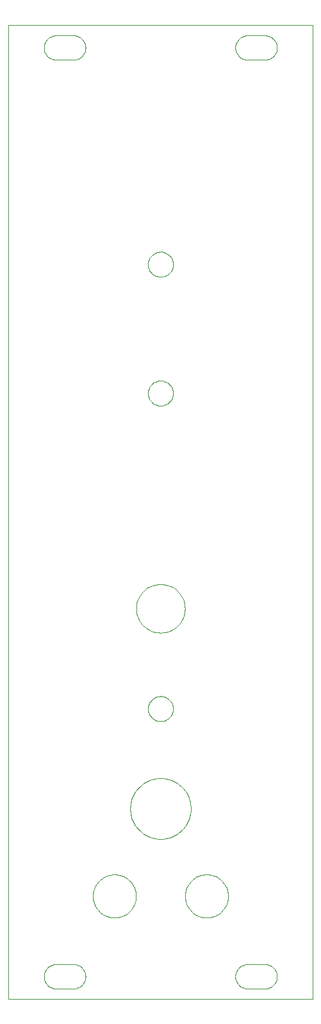
<source format=gm1>
G04 #@! TF.GenerationSoftware,KiCad,Pcbnew,(5.1.5-0-10_14)*
G04 #@! TF.CreationDate,2020-10-10T14:38:44-04:00*
G04 #@! TF.ProjectId,AYOM - Power Supply Front Panel,41594f4d-202d-4205-906f-776572205375,rev?*
G04 #@! TF.SameCoordinates,Original*
G04 #@! TF.FileFunction,Profile,NP*
%FSLAX46Y46*%
G04 Gerber Fmt 4.6, Leading zero omitted, Abs format (unit mm)*
G04 Created by KiCad (PCBNEW (5.1.5-0-10_14)) date 2020-10-10 14:38:44*
%MOMM*%
%LPD*%
G04 APERTURE LIST*
%ADD10C,0.100000*%
G04 APERTURE END LIST*
D10*
X142045900Y-162499750D02*
X141902319Y-162499750D01*
X141902319Y-162499750D02*
X141758739Y-162499750D01*
X141758739Y-162499750D02*
X141614453Y-162499750D01*
X141614453Y-162499750D02*
X141470872Y-162499750D01*
X141470872Y-162499750D02*
X141327292Y-162499750D01*
X141327292Y-162499750D02*
X141183711Y-162499750D01*
X141183711Y-162499750D02*
X141039425Y-162499750D01*
X141039425Y-162499750D02*
X140895844Y-162499750D01*
X140895844Y-162499750D02*
X140752264Y-162499750D01*
X140752264Y-162499750D02*
X140608331Y-162499750D01*
X140608331Y-162499750D02*
X140464750Y-162499750D01*
X140464750Y-162499750D02*
X140320817Y-162499750D01*
X140320817Y-162499750D02*
X140177236Y-162499750D01*
X140177236Y-162499750D02*
X140033303Y-162499750D01*
X140033303Y-162499750D02*
X139889722Y-162499750D01*
X139889722Y-162499750D02*
X139745789Y-162499750D01*
X139745789Y-162499750D02*
X139582100Y-162507864D01*
X139582100Y-162507864D02*
X139422645Y-162532206D01*
X139422645Y-162532206D02*
X139269186Y-162571364D01*
X139269186Y-162571364D02*
X139122078Y-162624986D01*
X139122078Y-162624986D02*
X138982025Y-162692367D01*
X138982025Y-162692367D02*
X138850086Y-162772094D01*
X138850086Y-162772094D02*
X138727320Y-162864169D01*
X138727320Y-162864169D02*
X138613725Y-162967181D01*
X138613725Y-162967181D02*
X138510714Y-163080775D01*
X138510714Y-163080775D02*
X138418639Y-163203894D01*
X138418639Y-163203894D02*
X138338558Y-163335833D01*
X138338558Y-163335833D02*
X138271531Y-163475886D01*
X138271531Y-163475886D02*
X138217556Y-163622994D01*
X138217556Y-163622994D02*
X138178397Y-163776453D01*
X138178397Y-163776453D02*
X138154408Y-163935556D01*
X138154408Y-163935556D02*
X138145942Y-164099597D01*
X138145942Y-164099597D02*
X138154408Y-164263639D01*
X138154408Y-164263639D02*
X138178397Y-164422742D01*
X138178397Y-164422742D02*
X138217556Y-164576553D01*
X138217556Y-164576553D02*
X138271531Y-164723661D01*
X138271531Y-164723661D02*
X138338558Y-164863361D01*
X138338558Y-164863361D02*
X138418639Y-164995300D01*
X138418639Y-164995300D02*
X138510714Y-165118419D01*
X138510714Y-165118419D02*
X138613725Y-165231661D01*
X138613725Y-165231661D02*
X138727320Y-165335025D01*
X138727320Y-165335025D02*
X138850086Y-165427100D01*
X138850086Y-165427100D02*
X138982025Y-165506828D01*
X138982025Y-165506828D02*
X139122078Y-165574208D01*
X139122078Y-165574208D02*
X139269186Y-165627830D01*
X139269186Y-165627830D02*
X139422645Y-165667342D01*
X139422645Y-165667342D02*
X139582100Y-165691330D01*
X139582100Y-165691330D02*
X139745789Y-165699444D01*
X139745789Y-165699444D02*
X139889722Y-165699444D01*
X139889722Y-165699444D02*
X140033303Y-165699444D01*
X140033303Y-165699444D02*
X140177236Y-165699444D01*
X140177236Y-165699444D02*
X140320817Y-165699444D01*
X140320817Y-165699444D02*
X140464750Y-165699444D01*
X140464750Y-165699444D02*
X140608331Y-165699444D01*
X140608331Y-165699444D02*
X140752264Y-165699444D01*
X140752264Y-165699444D02*
X140895844Y-165699444D01*
X140895844Y-165699444D02*
X141039425Y-165699444D01*
X141039425Y-165699444D02*
X141183711Y-165699444D01*
X141183711Y-165699444D02*
X141327292Y-165699444D01*
X141327292Y-165699444D02*
X141470872Y-165699444D01*
X141470872Y-165699444D02*
X141614453Y-165699444D01*
X141614453Y-165699444D02*
X141758739Y-165699444D01*
X141758739Y-165699444D02*
X141902319Y-165699444D01*
X141902319Y-165699444D02*
X142045900Y-165699444D01*
X142045900Y-165699444D02*
X142209942Y-165691330D01*
X142209942Y-165691330D02*
X142369044Y-165667342D01*
X142369044Y-165667342D02*
X142522856Y-165627830D01*
X142522856Y-165627830D02*
X142669964Y-165574208D01*
X142669964Y-165574208D02*
X142809664Y-165506828D01*
X142809664Y-165506828D02*
X142941603Y-165427100D01*
X142941603Y-165427100D02*
X143064722Y-165335025D01*
X143064722Y-165335025D02*
X143178317Y-165231661D01*
X143178317Y-165231661D02*
X143281328Y-165118419D01*
X143281328Y-165118419D02*
X143373403Y-164995300D01*
X143373403Y-164995300D02*
X143453131Y-164863361D01*
X143453131Y-164863361D02*
X143520511Y-164723661D01*
X143520511Y-164723661D02*
X143574133Y-164576553D01*
X143574133Y-164576553D02*
X143613292Y-164422742D01*
X143613292Y-164422742D02*
X143637633Y-164263639D01*
X143637633Y-164263639D02*
X143645747Y-164099597D01*
X143645747Y-164099597D02*
X143637633Y-163935556D01*
X143637633Y-163935556D02*
X143613292Y-163776453D01*
X143613292Y-163776453D02*
X143574133Y-163622994D01*
X143574133Y-163622994D02*
X143520511Y-163475886D01*
X143520511Y-163475886D02*
X143453131Y-163335833D01*
X143453131Y-163335833D02*
X143373403Y-163203894D01*
X143373403Y-163203894D02*
X143281328Y-163080775D01*
X143281328Y-163080775D02*
X143178317Y-162967181D01*
X143178317Y-162967181D02*
X143064722Y-162864169D01*
X143064722Y-162864169D02*
X142941603Y-162772094D01*
X142941603Y-162772094D02*
X142809664Y-162692367D01*
X142809664Y-162692367D02*
X142669964Y-162624986D01*
X142669964Y-162624986D02*
X142522856Y-162571364D01*
X142522856Y-162571364D02*
X142369044Y-162532206D01*
X142369044Y-162532206D02*
X142209942Y-162507864D01*
X142209942Y-162507864D02*
X142045900Y-162499750D01*
X142045900Y-162499750D02*
X142045900Y-162499750D01*
X142045900Y-39999753D02*
X141902319Y-39999753D01*
X141902319Y-39999753D02*
X141758739Y-39999753D01*
X141758739Y-39999753D02*
X141614453Y-39999753D01*
X141614453Y-39999753D02*
X141470872Y-39999753D01*
X141470872Y-39999753D02*
X141327292Y-39999753D01*
X141327292Y-39999753D02*
X141183711Y-39999753D01*
X141183711Y-39999753D02*
X141039425Y-39999753D01*
X141039425Y-39999753D02*
X140895844Y-39999753D01*
X140895844Y-39999753D02*
X140752264Y-39999753D01*
X140752264Y-39999753D02*
X140608331Y-39999753D01*
X140608331Y-39999753D02*
X140464750Y-39999753D01*
X140464750Y-39999753D02*
X140320817Y-39999753D01*
X140320817Y-39999753D02*
X140177236Y-39999753D01*
X140177236Y-39999753D02*
X140033303Y-39999753D01*
X140033303Y-39999753D02*
X139889722Y-39999753D01*
X139889722Y-39999753D02*
X139745789Y-39999753D01*
X139745789Y-39999753D02*
X139582100Y-40007867D01*
X139582100Y-40007867D02*
X139422645Y-40032209D01*
X139422645Y-40032209D02*
X139269186Y-40071720D01*
X139269186Y-40071720D02*
X139122078Y-40124990D01*
X139122078Y-40124990D02*
X138982025Y-40192370D01*
X138982025Y-40192370D02*
X138850086Y-40272451D01*
X138850086Y-40272451D02*
X138727320Y-40364173D01*
X138727320Y-40364173D02*
X138613725Y-40467537D01*
X138613725Y-40467537D02*
X138510714Y-40580778D01*
X138510714Y-40580778D02*
X138418639Y-40704251D01*
X138418639Y-40704251D02*
X138338558Y-40835837D01*
X138338558Y-40835837D02*
X138271531Y-40975889D01*
X138271531Y-40975889D02*
X138217556Y-41122998D01*
X138217556Y-41122998D02*
X138178397Y-41276456D01*
X138178397Y-41276456D02*
X138154408Y-41435559D01*
X138154408Y-41435559D02*
X138145942Y-41599601D01*
X138145942Y-41599601D02*
X138154408Y-41763642D01*
X138154408Y-41763642D02*
X138178397Y-41922745D01*
X138178397Y-41922745D02*
X138217556Y-42076556D01*
X138217556Y-42076556D02*
X138271531Y-42223664D01*
X138271531Y-42223664D02*
X138338558Y-42363364D01*
X138338558Y-42363364D02*
X138418639Y-42495303D01*
X138418639Y-42495303D02*
X138510714Y-42618423D01*
X138510714Y-42618423D02*
X138613725Y-42732017D01*
X138613725Y-42732017D02*
X138727320Y-42835028D01*
X138727320Y-42835028D02*
X138850086Y-42927103D01*
X138850086Y-42927103D02*
X138982025Y-43006831D01*
X138982025Y-43006831D02*
X139122078Y-43074212D01*
X139122078Y-43074212D02*
X139269186Y-43127834D01*
X139269186Y-43127834D02*
X139422645Y-43167345D01*
X139422645Y-43167345D02*
X139582100Y-43191334D01*
X139582100Y-43191334D02*
X139745789Y-43199448D01*
X139745789Y-43199448D02*
X139889722Y-43199448D01*
X139889722Y-43199448D02*
X140033303Y-43199448D01*
X140033303Y-43199448D02*
X140177236Y-43199448D01*
X140177236Y-43199448D02*
X140320817Y-43199448D01*
X140320817Y-43199448D02*
X140464750Y-43199448D01*
X140464750Y-43199448D02*
X140608331Y-43199448D01*
X140608331Y-43199448D02*
X140752264Y-43199448D01*
X140752264Y-43199448D02*
X140895844Y-43199448D01*
X140895844Y-43199448D02*
X141039425Y-43199448D01*
X141039425Y-43199448D02*
X141183711Y-43199448D01*
X141183711Y-43199448D02*
X141327292Y-43199448D01*
X141327292Y-43199448D02*
X141470872Y-43199448D01*
X141470872Y-43199448D02*
X141614453Y-43199448D01*
X141614453Y-43199448D02*
X141758739Y-43199448D01*
X141758739Y-43199448D02*
X141902319Y-43199448D01*
X141902319Y-43199448D02*
X142045900Y-43199448D01*
X142045900Y-43199448D02*
X142209942Y-43191334D01*
X142209942Y-43191334D02*
X142369044Y-43167345D01*
X142369044Y-43167345D02*
X142522856Y-43127834D01*
X142522856Y-43127834D02*
X142669964Y-43074212D01*
X142669964Y-43074212D02*
X142809664Y-43006831D01*
X142809664Y-43006831D02*
X142941603Y-42927103D01*
X142941603Y-42927103D02*
X143064722Y-42835028D01*
X143064722Y-42835028D02*
X143178317Y-42732017D01*
X143178317Y-42732017D02*
X143281328Y-42618423D01*
X143281328Y-42618423D02*
X143373403Y-42495303D01*
X143373403Y-42495303D02*
X143453131Y-42363364D01*
X143453131Y-42363364D02*
X143520511Y-42223664D01*
X143520511Y-42223664D02*
X143574133Y-42076556D01*
X143574133Y-42076556D02*
X143613292Y-41922745D01*
X143613292Y-41922745D02*
X143637633Y-41763642D01*
X143637633Y-41763642D02*
X143645747Y-41599601D01*
X143645747Y-41599601D02*
X143637633Y-41435559D01*
X143637633Y-41435559D02*
X143613292Y-41276456D01*
X143613292Y-41276456D02*
X143574133Y-41122998D01*
X143574133Y-41122998D02*
X143520511Y-40975889D01*
X143520511Y-40975889D02*
X143453131Y-40835837D01*
X143453131Y-40835837D02*
X143373403Y-40704251D01*
X143373403Y-40704251D02*
X143281328Y-40580778D01*
X143281328Y-40580778D02*
X143178317Y-40467537D01*
X143178317Y-40467537D02*
X143064722Y-40364173D01*
X143064722Y-40364173D02*
X142941603Y-40272451D01*
X142941603Y-40272451D02*
X142809664Y-40192370D01*
X142809664Y-40192370D02*
X142669964Y-40124990D01*
X142669964Y-40124990D02*
X142522856Y-40071720D01*
X142522856Y-40071720D02*
X142369044Y-40032209D01*
X142369044Y-40032209D02*
X142209942Y-40007867D01*
X142209942Y-40007867D02*
X142045900Y-39999753D01*
X142045900Y-39999753D02*
X142045900Y-39999753D01*
X114450000Y-162499750D02*
X114593933Y-162499750D01*
X114593933Y-162499750D02*
X114737514Y-162499750D01*
X114737514Y-162499750D02*
X114881447Y-162499750D01*
X114881447Y-162499750D02*
X115025028Y-162499750D01*
X115025028Y-162499750D02*
X115168961Y-162499750D01*
X115168961Y-162499750D02*
X115312542Y-162499750D01*
X115312542Y-162499750D02*
X115456475Y-162499750D01*
X115456475Y-162499750D02*
X115600055Y-162499750D01*
X115600055Y-162499750D02*
X115743636Y-162499750D01*
X115743636Y-162499750D02*
X115887569Y-162499750D01*
X115887569Y-162499750D02*
X116031150Y-162499750D01*
X116031150Y-162499750D02*
X116175083Y-162499750D01*
X116175083Y-162499750D02*
X116318664Y-162499750D01*
X116318664Y-162499750D02*
X116462597Y-162499750D01*
X116462597Y-162499750D02*
X116606178Y-162499750D01*
X116606178Y-162499750D02*
X116750111Y-162499750D01*
X116750111Y-162499750D02*
X116914153Y-162507864D01*
X116914153Y-162507864D02*
X117073255Y-162532206D01*
X117073255Y-162532206D02*
X117226714Y-162571364D01*
X117226714Y-162571364D02*
X117373822Y-162624986D01*
X117373822Y-162624986D02*
X117513875Y-162692367D01*
X117513875Y-162692367D02*
X117645814Y-162772094D01*
X117645814Y-162772094D02*
X117768580Y-162864169D01*
X117768580Y-162864169D02*
X117882175Y-162967181D01*
X117882175Y-162967181D02*
X117985186Y-163080775D01*
X117985186Y-163080775D02*
X118077261Y-163203894D01*
X118077261Y-163203894D02*
X118157341Y-163335833D01*
X118157341Y-163335833D02*
X118224722Y-163475886D01*
X118224722Y-163475886D02*
X118278344Y-163622994D01*
X118278344Y-163622994D02*
X118317503Y-163776453D01*
X118317503Y-163776453D02*
X118341844Y-163935556D01*
X118341844Y-163935556D02*
X118349958Y-164099597D01*
X118349958Y-164099597D02*
X118341844Y-164263639D01*
X118341844Y-164263639D02*
X118317503Y-164422742D01*
X118317503Y-164422742D02*
X118278344Y-164576553D01*
X118278344Y-164576553D02*
X118224722Y-164723661D01*
X118224722Y-164723661D02*
X118157341Y-164863361D01*
X118157341Y-164863361D02*
X118077261Y-164995300D01*
X118077261Y-164995300D02*
X117985186Y-165118419D01*
X117985186Y-165118419D02*
X117882175Y-165231661D01*
X117882175Y-165231661D02*
X117768580Y-165335025D01*
X117768580Y-165335025D02*
X117645814Y-165427100D01*
X117645814Y-165427100D02*
X117513875Y-165506828D01*
X117513875Y-165506828D02*
X117373822Y-165574208D01*
X117373822Y-165574208D02*
X117226714Y-165627830D01*
X117226714Y-165627830D02*
X117073255Y-165667342D01*
X117073255Y-165667342D02*
X116914153Y-165691330D01*
X116914153Y-165691330D02*
X116750111Y-165699444D01*
X116750111Y-165699444D02*
X116606178Y-165699444D01*
X116606178Y-165699444D02*
X116462597Y-165699444D01*
X116462597Y-165699444D02*
X116318664Y-165699444D01*
X116318664Y-165699444D02*
X116175083Y-165699444D01*
X116175083Y-165699444D02*
X116031150Y-165699444D01*
X116031150Y-165699444D02*
X115887569Y-165699444D01*
X115887569Y-165699444D02*
X115743636Y-165699444D01*
X115743636Y-165699444D02*
X115600055Y-165699444D01*
X115600055Y-165699444D02*
X115456475Y-165699444D01*
X115456475Y-165699444D02*
X115312542Y-165699444D01*
X115312542Y-165699444D02*
X115168961Y-165699444D01*
X115168961Y-165699444D02*
X115025028Y-165699444D01*
X115025028Y-165699444D02*
X114881447Y-165699444D01*
X114881447Y-165699444D02*
X114737514Y-165699444D01*
X114737514Y-165699444D02*
X114593933Y-165699444D01*
X114593933Y-165699444D02*
X114450000Y-165699444D01*
X114450000Y-165699444D02*
X114285958Y-165691330D01*
X114285958Y-165691330D02*
X114126855Y-165667342D01*
X114126855Y-165667342D02*
X113973397Y-165627830D01*
X113973397Y-165627830D02*
X113825936Y-165574208D01*
X113825936Y-165574208D02*
X113686236Y-165506828D01*
X113686236Y-165506828D02*
X113554297Y-165427100D01*
X113554297Y-165427100D02*
X113431178Y-165335025D01*
X113431178Y-165335025D02*
X113317936Y-165231661D01*
X113317936Y-165231661D02*
X113214572Y-165118419D01*
X113214572Y-165118419D02*
X113122850Y-164995300D01*
X113122850Y-164995300D02*
X113042769Y-164863361D01*
X113042769Y-164863361D02*
X112975389Y-164723661D01*
X112975389Y-164723661D02*
X112921767Y-164576553D01*
X112921767Y-164576553D02*
X112882608Y-164422742D01*
X112882608Y-164422742D02*
X112858267Y-164263639D01*
X112858267Y-164263639D02*
X112850153Y-164099597D01*
X112850153Y-164099597D02*
X112858267Y-163935556D01*
X112858267Y-163935556D02*
X112882608Y-163776453D01*
X112882608Y-163776453D02*
X112921767Y-163622994D01*
X112921767Y-163622994D02*
X112975389Y-163475886D01*
X112975389Y-163475886D02*
X113042769Y-163335833D01*
X113042769Y-163335833D02*
X113122850Y-163203894D01*
X113122850Y-163203894D02*
X113214572Y-163080775D01*
X113214572Y-163080775D02*
X113317936Y-162967181D01*
X113317936Y-162967181D02*
X113431178Y-162864169D01*
X113431178Y-162864169D02*
X113554297Y-162772094D01*
X113554297Y-162772094D02*
X113686236Y-162692367D01*
X113686236Y-162692367D02*
X113825936Y-162624986D01*
X113825936Y-162624986D02*
X113973397Y-162571364D01*
X113973397Y-162571364D02*
X114126855Y-162532206D01*
X114126855Y-162532206D02*
X114285958Y-162507864D01*
X114285958Y-162507864D02*
X114450000Y-162499750D01*
X114450000Y-162499750D02*
X114450000Y-162499750D01*
X114450000Y-39999753D02*
X114593933Y-39999753D01*
X114593933Y-39999753D02*
X114737514Y-39999753D01*
X114737514Y-39999753D02*
X114881447Y-39999753D01*
X114881447Y-39999753D02*
X115025028Y-39999753D01*
X115025028Y-39999753D02*
X115168961Y-39999753D01*
X115168961Y-39999753D02*
X115312542Y-39999753D01*
X115312542Y-39999753D02*
X115456475Y-39999753D01*
X115456475Y-39999753D02*
X115600055Y-39999753D01*
X115600055Y-39999753D02*
X115743636Y-39999753D01*
X115743636Y-39999753D02*
X115887569Y-39999753D01*
X115887569Y-39999753D02*
X116031150Y-39999753D01*
X116031150Y-39999753D02*
X116175083Y-39999753D01*
X116175083Y-39999753D02*
X116318664Y-39999753D01*
X116318664Y-39999753D02*
X116462597Y-39999753D01*
X116462597Y-39999753D02*
X116606178Y-39999753D01*
X116606178Y-39999753D02*
X116750111Y-39999753D01*
X116750111Y-39999753D02*
X116914153Y-40007867D01*
X116914153Y-40007867D02*
X117073255Y-40032209D01*
X117073255Y-40032209D02*
X117226714Y-40071720D01*
X117226714Y-40071720D02*
X117373822Y-40124990D01*
X117373822Y-40124990D02*
X117513875Y-40192370D01*
X117513875Y-40192370D02*
X117645814Y-40272451D01*
X117645814Y-40272451D02*
X117768580Y-40364173D01*
X117768580Y-40364173D02*
X117882175Y-40467537D01*
X117882175Y-40467537D02*
X117985186Y-40580778D01*
X117985186Y-40580778D02*
X118077261Y-40704251D01*
X118077261Y-40704251D02*
X118157341Y-40835837D01*
X118157341Y-40835837D02*
X118224722Y-40975889D01*
X118224722Y-40975889D02*
X118278344Y-41122998D01*
X118278344Y-41122998D02*
X118317503Y-41276456D01*
X118317503Y-41276456D02*
X118341844Y-41435559D01*
X118341844Y-41435559D02*
X118349958Y-41599601D01*
X118349958Y-41599601D02*
X118341844Y-41763642D01*
X118341844Y-41763642D02*
X118317503Y-41922745D01*
X118317503Y-41922745D02*
X118278344Y-42076556D01*
X118278344Y-42076556D02*
X118224722Y-42223664D01*
X118224722Y-42223664D02*
X118157341Y-42363364D01*
X118157341Y-42363364D02*
X118077261Y-42495303D01*
X118077261Y-42495303D02*
X117985186Y-42618423D01*
X117985186Y-42618423D02*
X117882175Y-42732017D01*
X117882175Y-42732017D02*
X117768580Y-42835028D01*
X117768580Y-42835028D02*
X117645814Y-42927103D01*
X117645814Y-42927103D02*
X117513875Y-43006831D01*
X117513875Y-43006831D02*
X117373822Y-43074212D01*
X117373822Y-43074212D02*
X117226714Y-43127834D01*
X117226714Y-43127834D02*
X117073255Y-43167345D01*
X117073255Y-43167345D02*
X116914153Y-43191334D01*
X116914153Y-43191334D02*
X116750111Y-43199448D01*
X116750111Y-43199448D02*
X116606178Y-43199448D01*
X116606178Y-43199448D02*
X116462597Y-43199448D01*
X116462597Y-43199448D02*
X116318664Y-43199448D01*
X116318664Y-43199448D02*
X116175083Y-43199448D01*
X116175083Y-43199448D02*
X116031150Y-43199448D01*
X116031150Y-43199448D02*
X115887569Y-43199448D01*
X115887569Y-43199448D02*
X115743636Y-43199448D01*
X115743636Y-43199448D02*
X115600055Y-43199448D01*
X115600055Y-43199448D02*
X115456475Y-43199448D01*
X115456475Y-43199448D02*
X115312542Y-43199448D01*
X115312542Y-43199448D02*
X115168961Y-43199448D01*
X115168961Y-43199448D02*
X115025028Y-43199448D01*
X115025028Y-43199448D02*
X114881447Y-43199448D01*
X114881447Y-43199448D02*
X114737514Y-43199448D01*
X114737514Y-43199448D02*
X114593933Y-43199448D01*
X114593933Y-43199448D02*
X114450000Y-43199448D01*
X114450000Y-43199448D02*
X114285958Y-43191334D01*
X114285958Y-43191334D02*
X114126855Y-43167345D01*
X114126855Y-43167345D02*
X113973397Y-43127834D01*
X113973397Y-43127834D02*
X113825936Y-43074212D01*
X113825936Y-43074212D02*
X113686236Y-43006831D01*
X113686236Y-43006831D02*
X113554297Y-42927103D01*
X113554297Y-42927103D02*
X113431178Y-42835028D01*
X113431178Y-42835028D02*
X113317936Y-42732017D01*
X113317936Y-42732017D02*
X113214572Y-42618423D01*
X113214572Y-42618423D02*
X113122850Y-42495303D01*
X113122850Y-42495303D02*
X113042769Y-42363364D01*
X113042769Y-42363364D02*
X112975389Y-42223664D01*
X112975389Y-42223664D02*
X112921767Y-42076556D01*
X112921767Y-42076556D02*
X112882608Y-41922745D01*
X112882608Y-41922745D02*
X112858267Y-41763642D01*
X112858267Y-41763642D02*
X112850153Y-41599601D01*
X112850153Y-41599601D02*
X112858267Y-41435559D01*
X112858267Y-41435559D02*
X112882608Y-41276456D01*
X112882608Y-41276456D02*
X112921767Y-41122998D01*
X112921767Y-41122998D02*
X112975389Y-40975889D01*
X112975389Y-40975889D02*
X113042769Y-40835837D01*
X113042769Y-40835837D02*
X113122850Y-40704251D01*
X113122850Y-40704251D02*
X113214572Y-40580778D01*
X113214572Y-40580778D02*
X113317936Y-40467537D01*
X113317936Y-40467537D02*
X113431178Y-40364173D01*
X113431178Y-40364173D02*
X113554297Y-40272451D01*
X113554297Y-40272451D02*
X113686236Y-40192370D01*
X113686236Y-40192370D02*
X113825936Y-40124990D01*
X113825936Y-40124990D02*
X113973397Y-40071720D01*
X113973397Y-40071720D02*
X114126855Y-40032209D01*
X114126855Y-40032209D02*
X114285958Y-40007867D01*
X114285958Y-40007867D02*
X114450000Y-39999753D01*
X114450000Y-39999753D02*
X114450000Y-39999753D01*
X129906076Y-128787109D02*
X129897609Y-128955737D01*
X129897609Y-128955737D02*
X129872209Y-129119426D01*
X129872209Y-129119426D02*
X129831640Y-129277823D01*
X129831640Y-129277823D02*
X129776254Y-129429165D01*
X129776254Y-129429165D02*
X129707109Y-129573451D01*
X129707109Y-129573451D02*
X129624207Y-129709623D01*
X129624207Y-129709623D02*
X129529309Y-129836623D01*
X129529309Y-129836623D02*
X129422770Y-129953745D01*
X129422770Y-129953745D02*
X129305648Y-130059931D01*
X129305648Y-130059931D02*
X129178295Y-130155181D01*
X129178295Y-130155181D02*
X129042476Y-130237731D01*
X129042476Y-130237731D02*
X128898543Y-130307581D01*
X128898543Y-130307581D02*
X128746848Y-130362967D01*
X128746848Y-130362967D02*
X128588804Y-130403537D01*
X128588804Y-130403537D02*
X128424762Y-130428231D01*
X128424762Y-130428231D02*
X128256134Y-130437051D01*
X128256134Y-130437051D02*
X128087154Y-130428231D01*
X128087154Y-130428231D02*
X127923465Y-130403537D01*
X127923465Y-130403537D02*
X127765420Y-130362967D01*
X127765420Y-130362967D02*
X127613726Y-130307581D01*
X127613726Y-130307581D02*
X127469440Y-130237731D01*
X127469440Y-130237731D02*
X127333621Y-130155181D01*
X127333621Y-130155181D02*
X127206621Y-130059931D01*
X127206621Y-130059931D02*
X127089146Y-129953745D01*
X127089146Y-129953745D02*
X126982607Y-129836623D01*
X126982607Y-129836623D02*
X126887709Y-129709623D01*
X126887709Y-129709623D02*
X126805159Y-129573451D01*
X126805159Y-129573451D02*
X126735662Y-129429165D01*
X126735662Y-129429165D02*
X126680276Y-129277823D01*
X126680276Y-129277823D02*
X126639354Y-129119426D01*
X126639354Y-129119426D02*
X126614307Y-128955737D01*
X126614307Y-128955737D02*
X126606193Y-128787109D01*
X126606193Y-128787109D02*
X126614307Y-128618128D01*
X126614307Y-128618128D02*
X126639354Y-128454792D01*
X126639354Y-128454792D02*
X126680276Y-128296395D01*
X126680276Y-128296395D02*
X126735662Y-128144701D01*
X126735662Y-128144701D02*
X126805159Y-128000767D01*
X126805159Y-128000767D02*
X126887709Y-127864595D01*
X126887709Y-127864595D02*
X126982607Y-127737242D01*
X126982607Y-127737242D02*
X127089146Y-127620120D01*
X127089146Y-127620120D02*
X127206621Y-127513934D01*
X127206621Y-127513934D02*
X127333621Y-127418684D01*
X127333621Y-127418684D02*
X127469440Y-127336134D01*
X127469440Y-127336134D02*
X127613726Y-127266637D01*
X127613726Y-127266637D02*
X127765420Y-127211251D01*
X127765420Y-127211251D02*
X127923465Y-127170681D01*
X127923465Y-127170681D02*
X128087154Y-127145634D01*
X128087154Y-127145634D02*
X128256134Y-127136815D01*
X128256134Y-127136815D02*
X128424762Y-127145634D01*
X128424762Y-127145634D02*
X128588804Y-127170681D01*
X128588804Y-127170681D02*
X128746848Y-127211251D01*
X128746848Y-127211251D02*
X128898543Y-127266637D01*
X128898543Y-127266637D02*
X129042476Y-127336134D01*
X129042476Y-127336134D02*
X129178295Y-127418684D01*
X129178295Y-127418684D02*
X129305648Y-127513934D01*
X129305648Y-127513934D02*
X129422770Y-127620120D01*
X129422770Y-127620120D02*
X129529309Y-127737242D01*
X129529309Y-127737242D02*
X129624207Y-127864595D01*
X129624207Y-127864595D02*
X129707109Y-128000767D01*
X129707109Y-128000767D02*
X129776254Y-128144701D01*
X129776254Y-128144701D02*
X129831640Y-128296395D01*
X129831640Y-128296395D02*
X129872209Y-128454792D01*
X129872209Y-128454792D02*
X129897609Y-128618128D01*
X129897609Y-128618128D02*
X129906076Y-128787109D01*
X129906076Y-128787109D02*
X129906076Y-128787109D01*
X129906076Y-87182051D02*
X129897609Y-87350679D01*
X129897609Y-87350679D02*
X129872209Y-87514368D01*
X129872209Y-87514368D02*
X129831640Y-87672765D01*
X129831640Y-87672765D02*
X129776254Y-87824107D01*
X129776254Y-87824107D02*
X129707109Y-87968393D01*
X129707109Y-87968393D02*
X129624207Y-88104565D01*
X129624207Y-88104565D02*
X129529309Y-88231565D01*
X129529309Y-88231565D02*
X129422770Y-88348687D01*
X129422770Y-88348687D02*
X129305648Y-88455226D01*
X129305648Y-88455226D02*
X129178295Y-88550123D01*
X129178295Y-88550123D02*
X129042476Y-88632673D01*
X129042476Y-88632673D02*
X128898543Y-88702523D01*
X128898543Y-88702523D02*
X128746848Y-88757909D01*
X128746848Y-88757909D02*
X128588804Y-88798479D01*
X128588804Y-88798479D02*
X128424762Y-88823526D01*
X128424762Y-88823526D02*
X128256134Y-88831993D01*
X128256134Y-88831993D02*
X128087154Y-88823526D01*
X128087154Y-88823526D02*
X127923465Y-88798479D01*
X127923465Y-88798479D02*
X127765420Y-88757909D01*
X127765420Y-88757909D02*
X127613726Y-88702523D01*
X127613726Y-88702523D02*
X127469440Y-88632673D01*
X127469440Y-88632673D02*
X127333621Y-88550123D01*
X127333621Y-88550123D02*
X127206621Y-88455226D01*
X127206621Y-88455226D02*
X127089146Y-88348687D01*
X127089146Y-88348687D02*
X126982607Y-88231565D01*
X126982607Y-88231565D02*
X126887709Y-88104565D01*
X126887709Y-88104565D02*
X126805159Y-87968393D01*
X126805159Y-87968393D02*
X126735662Y-87824107D01*
X126735662Y-87824107D02*
X126680276Y-87672765D01*
X126680276Y-87672765D02*
X126639354Y-87514368D01*
X126639354Y-87514368D02*
X126614307Y-87350679D01*
X126614307Y-87350679D02*
X126606193Y-87182051D01*
X126606193Y-87182051D02*
X126614307Y-87013070D01*
X126614307Y-87013070D02*
X126639354Y-86849382D01*
X126639354Y-86849382D02*
X126680276Y-86691337D01*
X126680276Y-86691337D02*
X126735662Y-86539643D01*
X126735662Y-86539643D02*
X126805159Y-86395709D01*
X126805159Y-86395709D02*
X126887709Y-86259537D01*
X126887709Y-86259537D02*
X126982607Y-86132537D01*
X126982607Y-86132537D02*
X127089146Y-86015062D01*
X127089146Y-86015062D02*
X127206621Y-85908876D01*
X127206621Y-85908876D02*
X127333621Y-85813979D01*
X127333621Y-85813979D02*
X127469440Y-85731076D01*
X127469440Y-85731076D02*
X127613726Y-85661579D01*
X127613726Y-85661579D02*
X127765420Y-85606193D01*
X127765420Y-85606193D02*
X127923465Y-85565270D01*
X127923465Y-85565270D02*
X128087154Y-85540576D01*
X128087154Y-85540576D02*
X128256134Y-85532109D01*
X128256134Y-85532109D02*
X128424762Y-85540576D01*
X128424762Y-85540576D02*
X128588804Y-85565270D01*
X128588804Y-85565270D02*
X128746848Y-85606193D01*
X128746848Y-85606193D02*
X128898543Y-85661579D01*
X128898543Y-85661579D02*
X129042476Y-85731076D01*
X129042476Y-85731076D02*
X129178295Y-85813979D01*
X129178295Y-85813979D02*
X129305648Y-85908876D01*
X129305648Y-85908876D02*
X129422770Y-86015062D01*
X129422770Y-86015062D02*
X129529309Y-86132537D01*
X129529309Y-86132537D02*
X129624207Y-86259537D01*
X129624207Y-86259537D02*
X129707109Y-86395709D01*
X129707109Y-86395709D02*
X129776254Y-86539643D01*
X129776254Y-86539643D02*
X129831640Y-86691337D01*
X129831640Y-86691337D02*
X129872209Y-86849382D01*
X129872209Y-86849382D02*
X129897609Y-87013070D01*
X129897609Y-87013070D02*
X129906076Y-87182051D01*
X129906076Y-87182051D02*
X129906076Y-87182051D01*
X129906076Y-70182044D02*
X129897609Y-70350672D01*
X129897609Y-70350672D02*
X129872209Y-70514361D01*
X129872209Y-70514361D02*
X129831640Y-70672758D01*
X129831640Y-70672758D02*
X129776254Y-70824100D01*
X129776254Y-70824100D02*
X129707109Y-70968386D01*
X129707109Y-70968386D02*
X129624207Y-71104558D01*
X129624207Y-71104558D02*
X129529309Y-71231558D01*
X129529309Y-71231558D02*
X129422770Y-71348680D01*
X129422770Y-71348680D02*
X129305648Y-71455219D01*
X129305648Y-71455219D02*
X129178295Y-71550116D01*
X129178295Y-71550116D02*
X129042476Y-71632666D01*
X129042476Y-71632666D02*
X128898543Y-71702516D01*
X128898543Y-71702516D02*
X128746848Y-71757902D01*
X128746848Y-71757902D02*
X128588804Y-71798472D01*
X128588804Y-71798472D02*
X128424762Y-71823519D01*
X128424762Y-71823519D02*
X128256134Y-71831986D01*
X128256134Y-71831986D02*
X128087154Y-71823519D01*
X128087154Y-71823519D02*
X127923465Y-71798472D01*
X127923465Y-71798472D02*
X127765420Y-71757902D01*
X127765420Y-71757902D02*
X127613726Y-71702516D01*
X127613726Y-71702516D02*
X127469440Y-71632666D01*
X127469440Y-71632666D02*
X127333621Y-71550116D01*
X127333621Y-71550116D02*
X127206621Y-71455219D01*
X127206621Y-71455219D02*
X127089146Y-71348680D01*
X127089146Y-71348680D02*
X126982607Y-71231558D01*
X126982607Y-71231558D02*
X126887709Y-71104558D01*
X126887709Y-71104558D02*
X126805159Y-70968386D01*
X126805159Y-70968386D02*
X126735662Y-70824100D01*
X126735662Y-70824100D02*
X126680276Y-70672758D01*
X126680276Y-70672758D02*
X126639354Y-70514361D01*
X126639354Y-70514361D02*
X126614307Y-70350672D01*
X126614307Y-70350672D02*
X126606193Y-70182044D01*
X126606193Y-70182044D02*
X126614307Y-70013063D01*
X126614307Y-70013063D02*
X126639354Y-69849375D01*
X126639354Y-69849375D02*
X126680276Y-69691330D01*
X126680276Y-69691330D02*
X126735662Y-69539636D01*
X126735662Y-69539636D02*
X126805159Y-69395702D01*
X126805159Y-69395702D02*
X126887709Y-69259530D01*
X126887709Y-69259530D02*
X126982607Y-69132530D01*
X126982607Y-69132530D02*
X127089146Y-69015055D01*
X127089146Y-69015055D02*
X127206621Y-68908869D01*
X127206621Y-68908869D02*
X127333621Y-68813972D01*
X127333621Y-68813972D02*
X127469440Y-68731069D01*
X127469440Y-68731069D02*
X127613726Y-68661572D01*
X127613726Y-68661572D02*
X127765420Y-68606186D01*
X127765420Y-68606186D02*
X127923465Y-68565263D01*
X127923465Y-68565263D02*
X128087154Y-68540569D01*
X128087154Y-68540569D02*
X128256134Y-68532102D01*
X128256134Y-68532102D02*
X128424762Y-68540569D01*
X128424762Y-68540569D02*
X128588804Y-68565263D01*
X128588804Y-68565263D02*
X128746848Y-68606186D01*
X128746848Y-68606186D02*
X128898543Y-68661572D01*
X128898543Y-68661572D02*
X129042476Y-68731069D01*
X129042476Y-68731069D02*
X129178295Y-68813972D01*
X129178295Y-68813972D02*
X129305648Y-68908869D01*
X129305648Y-68908869D02*
X129422770Y-69015055D01*
X129422770Y-69015055D02*
X129529309Y-69132530D01*
X129529309Y-69132530D02*
X129624207Y-69259530D01*
X129624207Y-69259530D02*
X129707109Y-69395702D01*
X129707109Y-69395702D02*
X129776254Y-69539636D01*
X129776254Y-69539636D02*
X129831640Y-69691330D01*
X129831640Y-69691330D02*
X129872209Y-69849375D01*
X129872209Y-69849375D02*
X129897609Y-70013063D01*
X129897609Y-70013063D02*
X129906076Y-70182044D01*
X129906076Y-70182044D02*
X129906076Y-70182044D01*
X132256669Y-141958740D02*
X132256669Y-141959093D01*
X132256669Y-141959093D02*
X132256669Y-141959446D01*
X132256669Y-141959446D02*
X132256669Y-141959798D01*
X132256669Y-141959798D02*
X132256669Y-141960151D01*
X132256669Y-141960151D02*
X132256669Y-141960504D01*
X132256669Y-141960504D02*
X132256669Y-141960857D01*
X132256669Y-141960857D02*
X132256669Y-141961209D01*
X132256669Y-141961209D02*
X132251377Y-142166526D01*
X132251377Y-142166526D02*
X132235855Y-142369373D01*
X132235855Y-142369373D02*
X132210455Y-142569046D01*
X132210455Y-142569046D02*
X132175530Y-142765896D01*
X132175530Y-142765896D02*
X132130375Y-142959218D01*
X132130375Y-142959218D02*
X132076400Y-143149012D01*
X132076400Y-143149012D02*
X132013605Y-143334573D01*
X132013605Y-143334573D02*
X131941286Y-143516254D01*
X131941286Y-143516254D02*
X131861205Y-143693348D01*
X131861205Y-143693348D02*
X131772658Y-143865857D01*
X131772658Y-143865857D02*
X131675997Y-144033779D01*
X131675997Y-144033779D02*
X131571927Y-144196057D01*
X131571927Y-144196057D02*
X131460097Y-144353043D01*
X131460097Y-144353043D02*
X131341211Y-144504384D01*
X131341211Y-144504384D02*
X131215269Y-144649729D01*
X131215269Y-144649729D02*
X131082625Y-144788370D01*
X131082625Y-144788370D02*
X130943630Y-144921015D01*
X130943630Y-144921015D02*
X130798286Y-145047309D01*
X130798286Y-145047309D02*
X130647297Y-145166195D01*
X130647297Y-145166195D02*
X130490311Y-145278026D01*
X130490311Y-145278026D02*
X130328033Y-145382095D01*
X130328033Y-145382095D02*
X130160463Y-145479109D01*
X130160463Y-145479109D02*
X129987955Y-145567304D01*
X129987955Y-145567304D02*
X129810861Y-145647737D01*
X129810861Y-145647737D02*
X129629533Y-145719351D01*
X129629533Y-145719351D02*
X129443619Y-145782498D01*
X129443619Y-145782498D02*
X129254177Y-145836473D01*
X129254177Y-145836473D02*
X129060855Y-145881276D01*
X129060855Y-145881276D02*
X128864711Y-145916907D01*
X128864711Y-145916907D02*
X128664686Y-145942307D01*
X128664686Y-145942307D02*
X128462191Y-145957829D01*
X128462191Y-145957829D02*
X128256875Y-145963120D01*
X128256875Y-145963120D02*
X128051911Y-145957829D01*
X128051911Y-145957829D02*
X127849064Y-145942307D01*
X127849064Y-145942307D02*
X127649391Y-145916907D01*
X127649391Y-145916907D02*
X127452894Y-145881276D01*
X127452894Y-145881276D02*
X127259572Y-145836473D01*
X127259572Y-145836473D02*
X127070130Y-145782498D01*
X127070130Y-145782498D02*
X126884569Y-145719351D01*
X126884569Y-145719351D02*
X126702889Y-145647737D01*
X126702889Y-145647737D02*
X126525794Y-145567304D01*
X126525794Y-145567304D02*
X126353639Y-145479109D01*
X126353639Y-145479109D02*
X126186069Y-145382095D01*
X126186069Y-145382095D02*
X126023791Y-145278026D01*
X126023791Y-145278026D02*
X125866805Y-145166195D01*
X125866805Y-145166195D02*
X125715464Y-145047309D01*
X125715464Y-145047309D02*
X125570472Y-144921015D01*
X125570472Y-144921015D02*
X125431477Y-144788370D01*
X125431477Y-144788370D02*
X125298833Y-144649729D01*
X125298833Y-144649729D02*
X125172891Y-144504384D01*
X125172891Y-144504384D02*
X125054005Y-144353043D01*
X125054005Y-144353043D02*
X124942175Y-144196057D01*
X124942175Y-144196057D02*
X124837752Y-144033779D01*
X124837752Y-144033779D02*
X124741444Y-143865857D01*
X124741444Y-143865857D02*
X124652897Y-143693348D01*
X124652897Y-143693348D02*
X124572464Y-143516254D01*
X124572464Y-143516254D02*
X124500850Y-143334573D01*
X124500850Y-143334573D02*
X124437703Y-143149012D01*
X124437703Y-143149012D02*
X124383728Y-142959218D01*
X124383728Y-142959218D02*
X124338925Y-142765896D01*
X124338925Y-142765896D02*
X124303647Y-142569046D01*
X124303647Y-142569046D02*
X124277894Y-142369373D01*
X124277894Y-142369373D02*
X124262372Y-142166526D01*
X124262372Y-142166526D02*
X124257433Y-141961209D01*
X124257433Y-141961209D02*
X124262372Y-141755540D01*
X124262372Y-141755540D02*
X124277894Y-141553046D01*
X124277894Y-141553046D02*
X124303647Y-141352668D01*
X124303647Y-141352668D02*
X124338925Y-141156171D01*
X124338925Y-141156171D02*
X124383728Y-140962848D01*
X124383728Y-140962848D02*
X124437703Y-140773407D01*
X124437703Y-140773407D02*
X124500850Y-140587140D01*
X124500850Y-140587140D02*
X124572464Y-140405812D01*
X124572464Y-140405812D02*
X124652897Y-140228718D01*
X124652897Y-140228718D02*
X124741444Y-140055857D01*
X124741444Y-140055857D02*
X124837752Y-139888640D01*
X124837752Y-139888640D02*
X124942175Y-139726009D01*
X124942175Y-139726009D02*
X125054005Y-139569376D01*
X125054005Y-139569376D02*
X125172891Y-139418035D01*
X125172891Y-139418035D02*
X125298833Y-139272690D01*
X125298833Y-139272690D02*
X125431477Y-139133343D01*
X125431477Y-139133343D02*
X125570472Y-139000698D01*
X125570472Y-139000698D02*
X125715464Y-138874757D01*
X125715464Y-138874757D02*
X125866805Y-138755871D01*
X125866805Y-138755871D02*
X126023791Y-138644040D01*
X126023791Y-138644040D02*
X126186069Y-138539971D01*
X126186069Y-138539971D02*
X126353639Y-138443310D01*
X126353639Y-138443310D02*
X126525794Y-138354762D01*
X126525794Y-138354762D02*
X126702889Y-138274329D01*
X126702889Y-138274329D02*
X126884569Y-138202715D01*
X126884569Y-138202715D02*
X127070130Y-138139568D01*
X127070130Y-138139568D02*
X127259572Y-138085593D01*
X127259572Y-138085593D02*
X127452894Y-138040790D01*
X127452894Y-138040790D02*
X127649391Y-138005160D01*
X127649391Y-138005160D02*
X127849064Y-137979760D01*
X127849064Y-137979760D02*
X128051911Y-137964237D01*
X128051911Y-137964237D02*
X128256875Y-137958946D01*
X128256875Y-137958946D02*
X128458664Y-137964237D01*
X128458664Y-137964237D02*
X128657983Y-137979054D01*
X128657983Y-137979054D02*
X128854127Y-138003748D01*
X128854127Y-138003748D02*
X129047450Y-138037968D01*
X129047450Y-138037968D02*
X129237597Y-138081360D01*
X129237597Y-138081360D02*
X129424216Y-138133571D01*
X129424216Y-138133571D02*
X129606955Y-138194601D01*
X129606955Y-138194601D02*
X129785813Y-138263746D01*
X129785813Y-138263746D02*
X129960438Y-138341710D01*
X129960438Y-138341710D02*
X130130830Y-138427435D01*
X130130830Y-138427435D02*
X130296283Y-138520921D01*
X130296283Y-138520921D02*
X130456797Y-138622168D01*
X130456797Y-138622168D02*
X130612019Y-138730471D01*
X130612019Y-138730471D02*
X130761950Y-138845829D01*
X130761950Y-138845829D02*
X130906236Y-138967537D01*
X130906236Y-138967537D02*
X131044172Y-139096301D01*
X131044172Y-139096301D02*
X131176463Y-139231415D01*
X131176463Y-139231415D02*
X131302405Y-139372173D01*
X131302405Y-139372173D02*
X131421291Y-139518929D01*
X131421291Y-139518929D02*
X131533475Y-139671682D01*
X131533475Y-139671682D02*
X131638602Y-139829021D01*
X131638602Y-139829021D02*
X131736322Y-139992004D01*
X131736322Y-139992004D02*
X131826280Y-140159573D01*
X131826280Y-140159573D02*
X131908830Y-140332082D01*
X131908830Y-140332082D02*
X131982913Y-140508471D01*
X131982913Y-140508471D02*
X132048530Y-140689093D01*
X132048530Y-140689093D02*
X132105680Y-140873948D01*
X132105680Y-140873948D02*
X132154011Y-141061979D01*
X132154011Y-141061979D02*
X132193169Y-141253537D01*
X132193169Y-141253537D02*
X132223155Y-141448623D01*
X132223155Y-141448623D02*
X132243969Y-141645826D01*
X132243969Y-141645826D02*
X132254552Y-141846557D01*
X132254552Y-141846557D02*
X132254552Y-141849732D01*
X132254552Y-141849732D02*
X132254905Y-141853612D01*
X132254905Y-141853612D02*
X132254905Y-141857140D01*
X132254905Y-141857140D02*
X132255258Y-141860668D01*
X132255258Y-141860668D02*
X132255258Y-141864196D01*
X132255258Y-141864196D02*
X132255611Y-141867723D01*
X132255611Y-141867723D02*
X132255611Y-141871251D01*
X132255611Y-141871251D02*
X132255611Y-141874779D01*
X132255611Y-141874779D02*
X132255963Y-141877954D01*
X132255963Y-141877954D02*
X132255963Y-141881482D01*
X132255963Y-141881482D02*
X132255963Y-141885362D01*
X132255963Y-141885362D02*
X132256316Y-141888890D01*
X132256316Y-141888890D02*
X132256316Y-141892418D01*
X132256316Y-141892418D02*
X132256316Y-141895593D01*
X132256316Y-141895593D02*
X132256316Y-141899121D01*
X132256316Y-141899121D02*
X132256316Y-141902648D01*
X132256316Y-141902648D02*
X132256669Y-141906176D01*
X132256669Y-141906176D02*
X132256669Y-141909351D01*
X132256669Y-141909351D02*
X132256669Y-141912879D01*
X132256669Y-141912879D02*
X132256669Y-141916407D01*
X132256669Y-141916407D02*
X132256669Y-141920287D01*
X132256669Y-141920287D02*
X132256669Y-141923462D01*
X132256669Y-141923462D02*
X132256669Y-141926990D01*
X132256669Y-141926990D02*
X132256669Y-141930518D01*
X132256669Y-141930518D02*
X132256669Y-141934046D01*
X132256669Y-141934046D02*
X132256669Y-141937221D01*
X132256669Y-141937221D02*
X132256669Y-141941101D01*
X132256669Y-141941101D02*
X132256669Y-141944629D01*
X132256669Y-141944629D02*
X132256669Y-141948157D01*
X132256669Y-141948157D02*
X132256669Y-141951332D01*
X132256669Y-141951332D02*
X132256669Y-141955212D01*
X132256669Y-141955212D02*
X132256669Y-141958740D01*
X132256669Y-141958740D02*
X132256669Y-141958740D01*
X128256381Y-118776335D02*
X127929709Y-118759402D01*
X127929709Y-118759402D02*
X127611856Y-118710366D01*
X127611856Y-118710366D02*
X127305292Y-118630991D01*
X127305292Y-118630991D02*
X127010723Y-118522335D01*
X127010723Y-118522335D02*
X126730264Y-118386868D01*
X126730264Y-118386868D02*
X126465328Y-118225296D01*
X126465328Y-118225296D02*
X126218031Y-118039735D01*
X126218031Y-118039735D02*
X125989784Y-117831949D01*
X125989784Y-117831949D02*
X125781998Y-117603702D01*
X125781998Y-117603702D02*
X125596789Y-117356052D01*
X125596789Y-117356052D02*
X125435217Y-117091468D01*
X125435217Y-117091468D02*
X125299751Y-116810657D01*
X125299751Y-116810657D02*
X125191448Y-116516088D01*
X125191448Y-116516088D02*
X125111720Y-116209171D01*
X125111720Y-116209171D02*
X125062684Y-115890966D01*
X125062684Y-115890966D02*
X125046103Y-115564293D01*
X125046103Y-115564293D02*
X125062684Y-115237268D01*
X125062684Y-115237268D02*
X125111720Y-114919416D01*
X125111720Y-114919416D02*
X125191448Y-114612146D01*
X125191448Y-114612146D02*
X125299751Y-114317577D01*
X125299751Y-114317577D02*
X125435217Y-114037118D01*
X125435217Y-114037118D02*
X125596789Y-113772182D01*
X125596789Y-113772182D02*
X125781998Y-113524532D01*
X125781998Y-113524532D02*
X125989784Y-113296285D01*
X125989784Y-113296285D02*
X126218031Y-113088499D01*
X126218031Y-113088499D02*
X126465328Y-112903291D01*
X126465328Y-112903291D02*
X126730264Y-112741718D01*
X126730264Y-112741718D02*
X127010723Y-112605899D01*
X127010723Y-112605899D02*
X127305292Y-112497243D01*
X127305292Y-112497243D02*
X127611856Y-112417868D01*
X127611856Y-112417868D02*
X127929709Y-112368832D01*
X127929709Y-112368832D02*
X128256381Y-112351899D01*
X128256381Y-112351899D02*
X128583053Y-112368832D01*
X128583053Y-112368832D02*
X128900906Y-112417868D01*
X128900906Y-112417868D02*
X129207823Y-112497243D01*
X129207823Y-112497243D02*
X129502392Y-112605899D01*
X129502392Y-112605899D02*
X129782850Y-112741718D01*
X129782850Y-112741718D02*
X130047434Y-112903291D01*
X130047434Y-112903291D02*
X130294731Y-113088499D01*
X130294731Y-113088499D02*
X130522978Y-113296285D01*
X130522978Y-113296285D02*
X130730412Y-113524532D01*
X130730412Y-113524532D02*
X130915973Y-113772182D01*
X130915973Y-113772182D02*
X131077545Y-114037118D01*
X131077545Y-114037118D02*
X131213011Y-114317577D01*
X131213011Y-114317577D02*
X131321667Y-114612146D01*
X131321667Y-114612146D02*
X131401042Y-114919416D01*
X131401042Y-114919416D02*
X131449725Y-115237268D01*
X131449725Y-115237268D02*
X131466659Y-115564293D01*
X131466659Y-115564293D02*
X131449725Y-115890966D01*
X131449725Y-115890966D02*
X131401042Y-116209171D01*
X131401042Y-116209171D02*
X131321667Y-116516088D01*
X131321667Y-116516088D02*
X131213011Y-116810657D01*
X131213011Y-116810657D02*
X131077545Y-117091468D01*
X131077545Y-117091468D02*
X130915973Y-117356052D01*
X130915973Y-117356052D02*
X130730412Y-117603702D01*
X130730412Y-117603702D02*
X130522978Y-117831949D01*
X130522978Y-117831949D02*
X130294731Y-118039735D01*
X130294731Y-118039735D02*
X130047434Y-118225296D01*
X130047434Y-118225296D02*
X129782850Y-118386868D01*
X129782850Y-118386868D02*
X129502392Y-118522335D01*
X129502392Y-118522335D02*
X129207823Y-118630991D01*
X129207823Y-118630991D02*
X128900906Y-118710366D01*
X128900906Y-118710366D02*
X128583053Y-118759402D01*
X128583053Y-118759402D02*
X128256381Y-118776335D01*
X128256381Y-118776335D02*
X128256381Y-118776335D01*
X131493576Y-153499790D02*
X131497457Y-153353387D01*
X131497457Y-153353387D02*
X131508393Y-153208396D01*
X131508393Y-153208396D02*
X131526384Y-153065873D01*
X131526384Y-153065873D02*
X131551432Y-152925468D01*
X131551432Y-152925468D02*
X131583182Y-152787532D01*
X131583182Y-152787532D02*
X131621634Y-152652418D01*
X131621634Y-152652418D02*
X131666437Y-152520126D01*
X131666437Y-152520126D02*
X131717590Y-152390304D01*
X131717590Y-152390304D02*
X131774740Y-152264362D01*
X131774740Y-152264362D02*
X131837534Y-152141243D01*
X131837534Y-152141243D02*
X131905973Y-152022357D01*
X131905973Y-152022357D02*
X131980409Y-151906293D01*
X131980409Y-151906293D02*
X132059432Y-151794815D01*
X132059432Y-151794815D02*
X132144451Y-151686865D01*
X132144451Y-151686865D02*
X132234057Y-151583501D01*
X132234057Y-151583501D02*
X132328248Y-151484723D01*
X132328248Y-151484723D02*
X132427026Y-151390532D01*
X132427026Y-151390532D02*
X132530390Y-151300926D01*
X132530390Y-151300926D02*
X132638340Y-151215907D01*
X132638340Y-151215907D02*
X132750170Y-151136532D01*
X132750170Y-151136532D02*
X132865882Y-151062448D01*
X132865882Y-151062448D02*
X132985120Y-150993657D01*
X132985120Y-150993657D02*
X133107887Y-150930862D01*
X133107887Y-150930862D02*
X133234182Y-150874065D01*
X133234182Y-150874065D02*
X133363651Y-150822912D01*
X133363651Y-150822912D02*
X133495943Y-150778110D01*
X133495943Y-150778110D02*
X133631409Y-150739657D01*
X133631409Y-150739657D02*
X133768993Y-150707907D01*
X133768993Y-150707907D02*
X133909751Y-150682860D01*
X133909751Y-150682860D02*
X134052273Y-150664515D01*
X134052273Y-150664515D02*
X134196912Y-150653579D01*
X134196912Y-150653579D02*
X134343315Y-150650051D01*
X134343315Y-150650051D02*
X134490070Y-150653579D01*
X134490070Y-150653579D02*
X134634709Y-150664515D01*
X134634709Y-150664515D02*
X134777584Y-150682860D01*
X134777584Y-150682860D02*
X134917990Y-150707907D01*
X134917990Y-150707907D02*
X135055926Y-150739657D01*
X135055926Y-150739657D02*
X135190687Y-150778110D01*
X135190687Y-150778110D02*
X135323331Y-150822912D01*
X135323331Y-150822912D02*
X135453154Y-150874065D01*
X135453154Y-150874065D02*
X135579095Y-150930862D01*
X135579095Y-150930862D02*
X135702215Y-150993657D01*
X135702215Y-150993657D02*
X135821454Y-151062448D01*
X135821454Y-151062448D02*
X135937165Y-151136532D01*
X135937165Y-151136532D02*
X136048643Y-151215907D01*
X136048643Y-151215907D02*
X136156593Y-151300926D01*
X136156593Y-151300926D02*
X136259956Y-151390532D01*
X136259956Y-151390532D02*
X136358734Y-151484723D01*
X136358734Y-151484723D02*
X136453279Y-151583501D01*
X136453279Y-151583501D02*
X136542884Y-151686865D01*
X136542884Y-151686865D02*
X136627551Y-151794815D01*
X136627551Y-151794815D02*
X136706573Y-151906293D01*
X136706573Y-151906293D02*
X136780656Y-152022357D01*
X136780656Y-152022357D02*
X136849801Y-152141243D01*
X136849801Y-152141243D02*
X136912243Y-152264362D01*
X136912243Y-152264362D02*
X136969393Y-152390304D01*
X136969393Y-152390304D02*
X137020545Y-152520126D01*
X137020545Y-152520126D02*
X137065348Y-152652418D01*
X137065348Y-152652418D02*
X137103801Y-152787532D01*
X137103801Y-152787532D02*
X137135551Y-152925468D01*
X137135551Y-152925468D02*
X137160598Y-153065873D01*
X137160598Y-153065873D02*
X137178590Y-153208396D01*
X137178590Y-153208396D02*
X137189526Y-153353387D01*
X137189526Y-153353387D02*
X137193406Y-153499790D01*
X137193406Y-153499790D02*
X137189526Y-153646546D01*
X137189526Y-153646546D02*
X137178590Y-153791184D01*
X137178590Y-153791184D02*
X137160598Y-153933707D01*
X137160598Y-153933707D02*
X137135551Y-154074112D01*
X137135551Y-154074112D02*
X137103801Y-154212401D01*
X137103801Y-154212401D02*
X137065348Y-154347162D01*
X137065348Y-154347162D02*
X137020545Y-154479807D01*
X137020545Y-154479807D02*
X136969393Y-154609276D01*
X136969393Y-154609276D02*
X136912243Y-154735571D01*
X136912243Y-154735571D02*
X136849801Y-154858337D01*
X136849801Y-154858337D02*
X136780656Y-154977576D01*
X136780656Y-154977576D02*
X136706573Y-155093640D01*
X136706573Y-155093640D02*
X136627551Y-155205118D01*
X136627551Y-155205118D02*
X136542884Y-155312715D01*
X136542884Y-155312715D02*
X136453279Y-155416432D01*
X136453279Y-155416432D02*
X136358734Y-155515209D01*
X136358734Y-155515209D02*
X136259956Y-155609401D01*
X136259956Y-155609401D02*
X136156593Y-155699007D01*
X136156593Y-155699007D02*
X136048643Y-155783673D01*
X136048643Y-155783673D02*
X135937165Y-155863048D01*
X135937165Y-155863048D02*
X135821454Y-155937132D01*
X135821454Y-155937132D02*
X135702215Y-156005923D01*
X135702215Y-156005923D02*
X135579095Y-156068718D01*
X135579095Y-156068718D02*
X135453154Y-156125868D01*
X135453154Y-156125868D02*
X135323331Y-156177020D01*
X135323331Y-156177020D02*
X135190687Y-156221823D01*
X135190687Y-156221823D02*
X135055926Y-156259923D01*
X135055926Y-156259923D02*
X134917990Y-156292026D01*
X134917990Y-156292026D02*
X134777584Y-156317073D01*
X134777584Y-156317073D02*
X134634709Y-156335065D01*
X134634709Y-156335065D02*
X134490070Y-156346001D01*
X134490070Y-156346001D02*
X134343315Y-156349882D01*
X134343315Y-156349882D02*
X134196912Y-156346001D01*
X134196912Y-156346001D02*
X134052273Y-156335065D01*
X134052273Y-156335065D02*
X133909751Y-156317073D01*
X133909751Y-156317073D02*
X133768993Y-156292026D01*
X133768993Y-156292026D02*
X133631409Y-156259923D01*
X133631409Y-156259923D02*
X133495943Y-156221823D01*
X133495943Y-156221823D02*
X133363651Y-156177020D01*
X133363651Y-156177020D02*
X133234182Y-156125868D01*
X133234182Y-156125868D02*
X133107887Y-156068718D01*
X133107887Y-156068718D02*
X132985120Y-156005923D01*
X132985120Y-156005923D02*
X132865882Y-155937132D01*
X132865882Y-155937132D02*
X132750170Y-155863048D01*
X132750170Y-155863048D02*
X132638340Y-155783673D01*
X132638340Y-155783673D02*
X132530390Y-155699007D01*
X132530390Y-155699007D02*
X132427026Y-155609401D01*
X132427026Y-155609401D02*
X132328248Y-155515209D01*
X132328248Y-155515209D02*
X132234057Y-155416432D01*
X132234057Y-155416432D02*
X132144451Y-155312715D01*
X132144451Y-155312715D02*
X132059432Y-155205118D01*
X132059432Y-155205118D02*
X131980409Y-155093640D01*
X131980409Y-155093640D02*
X131905973Y-154977576D01*
X131905973Y-154977576D02*
X131837534Y-154858337D01*
X131837534Y-154858337D02*
X131774740Y-154735571D01*
X131774740Y-154735571D02*
X131717590Y-154609276D01*
X131717590Y-154609276D02*
X131666437Y-154479807D01*
X131666437Y-154479807D02*
X131621634Y-154347162D01*
X131621634Y-154347162D02*
X131583182Y-154212401D01*
X131583182Y-154212401D02*
X131551432Y-154074112D01*
X131551432Y-154074112D02*
X131526384Y-153933707D01*
X131526384Y-153933707D02*
X131508393Y-153791184D01*
X131508393Y-153791184D02*
X131497457Y-153646546D01*
X131497457Y-153646546D02*
X131493576Y-153499790D01*
X131493576Y-153499790D02*
X131493576Y-153499790D01*
X119319286Y-153499790D02*
X119322814Y-153353387D01*
X119322814Y-153353387D02*
X119334103Y-153208396D01*
X119334103Y-153208396D02*
X119352094Y-153065873D01*
X119352094Y-153065873D02*
X119377142Y-152925468D01*
X119377142Y-152925468D02*
X119408892Y-152787532D01*
X119408892Y-152787532D02*
X119447344Y-152652418D01*
X119447344Y-152652418D02*
X119492147Y-152520126D01*
X119492147Y-152520126D02*
X119543300Y-152390304D01*
X119543300Y-152390304D02*
X119600097Y-152264362D01*
X119600097Y-152264362D02*
X119663244Y-152141243D01*
X119663244Y-152141243D02*
X119731683Y-152022357D01*
X119731683Y-152022357D02*
X119806119Y-151906293D01*
X119806119Y-151906293D02*
X119885494Y-151794815D01*
X119885494Y-151794815D02*
X119970161Y-151686865D01*
X119970161Y-151686865D02*
X120059767Y-151583501D01*
X120059767Y-151583501D02*
X120153958Y-151484723D01*
X120153958Y-151484723D02*
X120253089Y-151390532D01*
X120253089Y-151390532D02*
X120356453Y-151300926D01*
X120356453Y-151300926D02*
X120464050Y-151215907D01*
X120464050Y-151215907D02*
X120575880Y-151136532D01*
X120575880Y-151136532D02*
X120691592Y-151062448D01*
X120691592Y-151062448D02*
X120810830Y-150993657D01*
X120810830Y-150993657D02*
X120933597Y-150930862D01*
X120933597Y-150930862D02*
X121059892Y-150874065D01*
X121059892Y-150874065D02*
X121189361Y-150822912D01*
X121189361Y-150822912D02*
X121321653Y-150778110D01*
X121321653Y-150778110D02*
X121457119Y-150739657D01*
X121457119Y-150739657D02*
X121595055Y-150707907D01*
X121595055Y-150707907D02*
X121735108Y-150682860D01*
X121735108Y-150682860D02*
X121877983Y-150664515D01*
X121877983Y-150664515D02*
X122022622Y-150653579D01*
X122022622Y-150653579D02*
X122169378Y-150650051D01*
X122169378Y-150650051D02*
X122316133Y-150653579D01*
X122316133Y-150653579D02*
X122460772Y-150664515D01*
X122460772Y-150664515D02*
X122603294Y-150682860D01*
X122603294Y-150682860D02*
X122743700Y-150707907D01*
X122743700Y-150707907D02*
X122881636Y-150739657D01*
X122881636Y-150739657D02*
X123016750Y-150778110D01*
X123016750Y-150778110D02*
X123149041Y-150822912D01*
X123149041Y-150822912D02*
X123278511Y-150874065D01*
X123278511Y-150874065D02*
X123404805Y-150930862D01*
X123404805Y-150930862D02*
X123527925Y-150993657D01*
X123527925Y-150993657D02*
X123647164Y-151062448D01*
X123647164Y-151062448D02*
X123762875Y-151136532D01*
X123762875Y-151136532D02*
X123874353Y-151215907D01*
X123874353Y-151215907D02*
X123981950Y-151300926D01*
X123981950Y-151300926D02*
X124085666Y-151390532D01*
X124085666Y-151390532D02*
X124184444Y-151484723D01*
X124184444Y-151484723D02*
X124278989Y-151583501D01*
X124278989Y-151583501D02*
X124368594Y-151686865D01*
X124368594Y-151686865D02*
X124452908Y-151794815D01*
X124452908Y-151794815D02*
X124532636Y-151906293D01*
X124532636Y-151906293D02*
X124606719Y-152022357D01*
X124606719Y-152022357D02*
X124675511Y-152141243D01*
X124675511Y-152141243D02*
X124738305Y-152264362D01*
X124738305Y-152264362D02*
X124795103Y-152390304D01*
X124795103Y-152390304D02*
X124846255Y-152520126D01*
X124846255Y-152520126D02*
X124891058Y-152652418D01*
X124891058Y-152652418D02*
X124929511Y-152787532D01*
X124929511Y-152787532D02*
X124961261Y-152925468D01*
X124961261Y-152925468D02*
X124986308Y-153065873D01*
X124986308Y-153065873D02*
X125004653Y-153208396D01*
X125004653Y-153208396D02*
X125015589Y-153353387D01*
X125015589Y-153353387D02*
X125019116Y-153499790D01*
X125019116Y-153499790D02*
X125015589Y-153646546D01*
X125015589Y-153646546D02*
X125004653Y-153791184D01*
X125004653Y-153791184D02*
X124986308Y-153933707D01*
X124986308Y-153933707D02*
X124961261Y-154074112D01*
X124961261Y-154074112D02*
X124929511Y-154212401D01*
X124929511Y-154212401D02*
X124891058Y-154347162D01*
X124891058Y-154347162D02*
X124846255Y-154479807D01*
X124846255Y-154479807D02*
X124795103Y-154609276D01*
X124795103Y-154609276D02*
X124738305Y-154735571D01*
X124738305Y-154735571D02*
X124675511Y-154858337D01*
X124675511Y-154858337D02*
X124606719Y-154977576D01*
X124606719Y-154977576D02*
X124532636Y-155093640D01*
X124532636Y-155093640D02*
X124452908Y-155205118D01*
X124452908Y-155205118D02*
X124368594Y-155312715D01*
X124368594Y-155312715D02*
X124278989Y-155416432D01*
X124278989Y-155416432D02*
X124184444Y-155515209D01*
X124184444Y-155515209D02*
X124085666Y-155609401D01*
X124085666Y-155609401D02*
X123981950Y-155699007D01*
X123981950Y-155699007D02*
X123874353Y-155783673D01*
X123874353Y-155783673D02*
X123762875Y-155863048D01*
X123762875Y-155863048D02*
X123647164Y-155937132D01*
X123647164Y-155937132D02*
X123527925Y-156005923D01*
X123527925Y-156005923D02*
X123404805Y-156068718D01*
X123404805Y-156068718D02*
X123278511Y-156125868D01*
X123278511Y-156125868D02*
X123149041Y-156177020D01*
X123149041Y-156177020D02*
X123016750Y-156221823D01*
X123016750Y-156221823D02*
X122881636Y-156259923D01*
X122881636Y-156259923D02*
X122743700Y-156292026D01*
X122743700Y-156292026D02*
X122603294Y-156317073D01*
X122603294Y-156317073D02*
X122460772Y-156335065D01*
X122460772Y-156335065D02*
X122316133Y-156346001D01*
X122316133Y-156346001D02*
X122169378Y-156349882D01*
X122169378Y-156349882D02*
X122022622Y-156346001D01*
X122022622Y-156346001D02*
X121877983Y-156335065D01*
X121877983Y-156335065D02*
X121735108Y-156317073D01*
X121735108Y-156317073D02*
X121595055Y-156292026D01*
X121595055Y-156292026D02*
X121457119Y-156259923D01*
X121457119Y-156259923D02*
X121321653Y-156221823D01*
X121321653Y-156221823D02*
X121189361Y-156177020D01*
X121189361Y-156177020D02*
X121059892Y-156125868D01*
X121059892Y-156125868D02*
X120933597Y-156068718D01*
X120933597Y-156068718D02*
X120810830Y-156005923D01*
X120810830Y-156005923D02*
X120691592Y-155937132D01*
X120691592Y-155937132D02*
X120575880Y-155863048D01*
X120575880Y-155863048D02*
X120464050Y-155783673D01*
X120464050Y-155783673D02*
X120356453Y-155699007D01*
X120356453Y-155699007D02*
X120253089Y-155609401D01*
X120253089Y-155609401D02*
X120153958Y-155515209D01*
X120153958Y-155515209D02*
X120059767Y-155416432D01*
X120059767Y-155416432D02*
X119970161Y-155312715D01*
X119970161Y-155312715D02*
X119885494Y-155205118D01*
X119885494Y-155205118D02*
X119806119Y-155093640D01*
X119806119Y-155093640D02*
X119731683Y-154977576D01*
X119731683Y-154977576D02*
X119663244Y-154858337D01*
X119663244Y-154858337D02*
X119600097Y-154735571D01*
X119600097Y-154735571D02*
X119543300Y-154609276D01*
X119543300Y-154609276D02*
X119492147Y-154479807D01*
X119492147Y-154479807D02*
X119447344Y-154347162D01*
X119447344Y-154347162D02*
X119408892Y-154212401D01*
X119408892Y-154212401D02*
X119377142Y-154074112D01*
X119377142Y-154074112D02*
X119352094Y-153933707D01*
X119352094Y-153933707D02*
X119334103Y-153791184D01*
X119334103Y-153791184D02*
X119322814Y-153646546D01*
X119322814Y-153646546D02*
X119319286Y-153499790D01*
X119319286Y-153499790D02*
X119319286Y-153499790D01*
X108100000Y-167100010D02*
X148395688Y-167100010D01*
X148395688Y-167100010D02*
X148395688Y-38600002D01*
X148395688Y-38600002D02*
X108100000Y-38600002D01*
X108100000Y-38600002D02*
X108100000Y-167100010D01*
X108100000Y-167100010D02*
X108100000Y-167100010D01*
M02*

</source>
